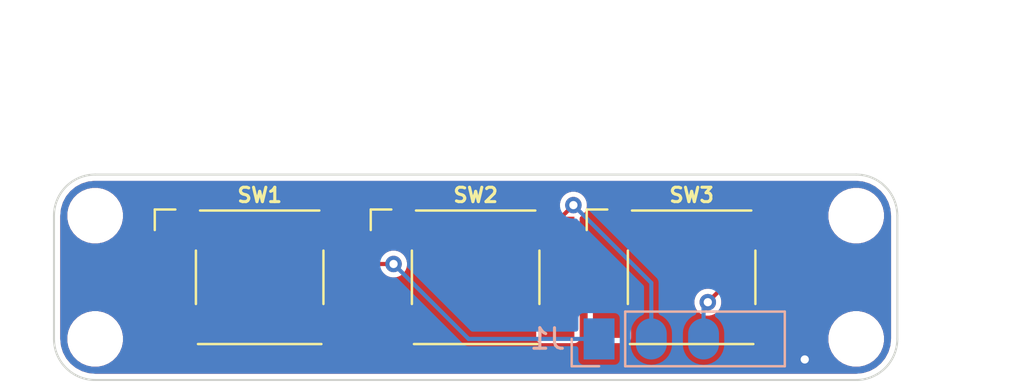
<source format=kicad_pcb>
(kicad_pcb (version 20171130) (host pcbnew "(5.1.12)-1")

  (general
    (thickness 1.6)
    (drawings 18)
    (tracks 17)
    (zones 0)
    (modules 8)
    (nets 5)
  )

  (page A4)
  (layers
    (0 F.Cu signal)
    (31 B.Cu signal)
    (32 B.Adhes user)
    (33 F.Adhes user)
    (34 B.Paste user)
    (35 F.Paste user)
    (36 B.SilkS user)
    (37 F.SilkS user)
    (38 B.Mask user)
    (39 F.Mask user)
    (40 Dwgs.User user)
    (41 Cmts.User user)
    (42 Eco1.User user)
    (43 Eco2.User user)
    (44 Edge.Cuts user)
    (45 Margin user)
    (46 B.CrtYd user)
    (47 F.CrtYd user)
    (48 B.Fab user)
    (49 F.Fab user)
  )

  (setup
    (last_trace_width 0.2)
    (user_trace_width 0.2)
    (trace_clearance 0.15)
    (zone_clearance 0.254)
    (zone_45_only no)
    (trace_min 0.2)
    (via_size 0.8)
    (via_drill 0.4)
    (via_min_size 0.4)
    (via_min_drill 0.3)
    (uvia_size 0.3)
    (uvia_drill 0.1)
    (uvias_allowed no)
    (uvia_min_size 0.2)
    (uvia_min_drill 0.1)
    (edge_width 0.1)
    (segment_width 0.2)
    (pcb_text_width 0.3)
    (pcb_text_size 1.5 1.5)
    (mod_edge_width 0.15)
    (mod_text_size 1 1)
    (mod_text_width 0.15)
    (pad_size 1.524 1.524)
    (pad_drill 0.762)
    (pad_to_mask_clearance 0)
    (aux_axis_origin 0 0)
    (visible_elements 7FFDFFFF)
    (pcbplotparams
      (layerselection 0x010fc_ffffffff)
      (usegerberextensions false)
      (usegerberattributes true)
      (usegerberadvancedattributes true)
      (creategerberjobfile true)
      (excludeedgelayer true)
      (linewidth 0.100000)
      (plotframeref false)
      (viasonmask false)
      (mode 1)
      (useauxorigin false)
      (hpglpennumber 1)
      (hpglpenspeed 20)
      (hpglpendiameter 15.000000)
      (psnegative false)
      (psa4output false)
      (plotreference true)
      (plotvalue true)
      (plotinvisibletext false)
      (padsonsilk false)
      (subtractmaskfromsilk false)
      (outputformat 1)
      (mirror false)
      (drillshape 1)
      (scaleselection 1)
      (outputdirectory ""))
  )

  (net 0 "")
  (net 1 GND)
  (net 2 /2_1)
  (net 3 /2_2)
  (net 4 /2_3)

  (net_class Default "This is the default net class."
    (clearance 0.15)
    (trace_width 0.2)
    (via_dia 0.8)
    (via_drill 0.4)
    (uvia_dia 0.3)
    (uvia_drill 0.1)
    (add_net /2_1)
    (add_net /2_2)
    (add_net /2_3)
    (add_net GND)
  )

  (module Button_Switch_SMD:SW_SPST_Omron_B3FS-100xP (layer F.Cu) (tedit 5E6E8EA9) (tstamp 63DFF849)
    (at 146 85)
    (descr "Surface Mount Tactile Switch for High-Density Mounting, 3.1mm height, https://omronfs.omron.com/en_US/ecb/products/pdf/en-b3fs.pdf")
    (tags "Tactile Switch")
    (path /63E2A712)
    (attr smd)
    (fp_text reference SW3 (at 0 -4) (layer F.SilkS)
      (effects (font (size 0.7 0.7) (thickness 0.15)))
    )
    (fp_text value BTN (at 0 4.2) (layer F.Fab)
      (effects (font (size 1 1) (thickness 0.15)))
    )
    (fp_line (start -5.1 -3.3) (end -4.1 -3.3) (layer F.SilkS) (width 0.12))
    (fp_line (start -5.1 -2.3) (end -5.1 -3.3) (layer F.SilkS) (width 0.12))
    (fp_circle (center 0 0) (end 1.5 0) (layer F.Fab) (width 0.1))
    (fp_line (start -5.05 -1.3) (end -5.05 -3.4) (layer F.CrtYd) (width 0.05))
    (fp_line (start -3.25 -1.3) (end -5.05 -1.3) (layer F.CrtYd) (width 0.05))
    (fp_line (start -3.25 1.3) (end -3.25 -1.3) (layer F.CrtYd) (width 0.05))
    (fp_line (start -5.05 1.3) (end -3.25 1.3) (layer F.CrtYd) (width 0.05))
    (fp_line (start -5.05 3.4) (end -5.05 1.3) (layer F.CrtYd) (width 0.05))
    (fp_line (start 5.05 3.4) (end -5.05 3.4) (layer F.CrtYd) (width 0.05))
    (fp_line (start 5.05 1.3) (end 5.05 3.4) (layer F.CrtYd) (width 0.05))
    (fp_line (start 3.25 1.3) (end 5.05 1.3) (layer F.CrtYd) (width 0.05))
    (fp_line (start 3.25 -1.3) (end 3.25 1.3) (layer F.CrtYd) (width 0.05))
    (fp_line (start 5.05 -1.3) (end 3.25 -1.3) (layer F.CrtYd) (width 0.05))
    (fp_line (start 5.05 -3.4) (end 5.05 -1.3) (layer F.CrtYd) (width 0.05))
    (fp_line (start -5.05 -3.4) (end 5.05 -3.4) (layer F.CrtYd) (width 0.05))
    (fp_line (start -3 3.15) (end -3 -3.15) (layer F.Fab) (width 0.1))
    (fp_line (start 3 3.15) (end -3 3.15) (layer F.Fab) (width 0.1))
    (fp_line (start 3 -3.15) (end 3 3.15) (layer F.Fab) (width 0.1))
    (fp_line (start -3 -3.15) (end 3 -3.15) (layer F.Fab) (width 0.1))
    (fp_line (start -3.1 -1.3) (end -3.1 1.3) (layer F.SilkS) (width 0.12))
    (fp_line (start 3.1 -1.3) (end 3.1 1.3) (layer F.SilkS) (width 0.12))
    (fp_line (start 3 3.25) (end -3 3.25) (layer F.SilkS) (width 0.12))
    (fp_line (start 2.9 -3.25) (end -2.9 -3.25) (layer F.SilkS) (width 0.12))
    (fp_text user %R (at 0 -2.2) (layer F.Fab)
      (effects (font (size 1 1) (thickness 0.15)))
    )
    (pad 3 smd rect (at -4 2.25 180) (size 1.6 1.4) (layers F.Cu F.Paste F.Mask))
    (pad 4 smd rect (at 4 2.25 180) (size 1.6 1.4) (layers F.Cu F.Paste F.Mask))
    (pad 1 smd rect (at -4 -2.25 180) (size 1.6 1.4) (layers F.Cu F.Paste F.Mask)
      (net 1 GND))
    (pad 2 smd rect (at 4 -2.25 180) (size 1.6 1.4) (layers F.Cu F.Paste F.Mask)
      (net 4 /2_3))
    (model ${KIPRJMOD}/library/3d-models/SW-SPST-DTSM-65Y-V-TR.step
      (at (xyz 0 0 0))
      (scale (xyz 1 1 1))
      (rotate (xyz 0 0 0))
    )
  )

  (module Button_Switch_SMD:SW_SPST_Omron_B3FS-100xP (layer F.Cu) (tedit 5E6E8EA9) (tstamp 63DFF81D)
    (at 135.5 85)
    (descr "Surface Mount Tactile Switch for High-Density Mounting, 3.1mm height, https://omronfs.omron.com/en_US/ecb/products/pdf/en-b3fs.pdf")
    (tags "Tactile Switch")
    (path /63E29DB2)
    (attr smd)
    (fp_text reference SW2 (at 0 -4) (layer F.SilkS)
      (effects (font (size 0.7 0.7) (thickness 0.15)))
    )
    (fp_text value BTN (at 0 4.2) (layer F.Fab)
      (effects (font (size 1 1) (thickness 0.15)))
    )
    (fp_line (start -5.1 -3.3) (end -4.1 -3.3) (layer F.SilkS) (width 0.12))
    (fp_line (start -5.1 -2.3) (end -5.1 -3.3) (layer F.SilkS) (width 0.12))
    (fp_circle (center 0 0) (end 1.5 0) (layer F.Fab) (width 0.1))
    (fp_line (start -5.05 -1.3) (end -5.05 -3.4) (layer F.CrtYd) (width 0.05))
    (fp_line (start -3.25 -1.3) (end -5.05 -1.3) (layer F.CrtYd) (width 0.05))
    (fp_line (start -3.25 1.3) (end -3.25 -1.3) (layer F.CrtYd) (width 0.05))
    (fp_line (start -5.05 1.3) (end -3.25 1.3) (layer F.CrtYd) (width 0.05))
    (fp_line (start -5.05 3.4) (end -5.05 1.3) (layer F.CrtYd) (width 0.05))
    (fp_line (start 5.05 3.4) (end -5.05 3.4) (layer F.CrtYd) (width 0.05))
    (fp_line (start 5.05 1.3) (end 5.05 3.4) (layer F.CrtYd) (width 0.05))
    (fp_line (start 3.25 1.3) (end 5.05 1.3) (layer F.CrtYd) (width 0.05))
    (fp_line (start 3.25 -1.3) (end 3.25 1.3) (layer F.CrtYd) (width 0.05))
    (fp_line (start 5.05 -1.3) (end 3.25 -1.3) (layer F.CrtYd) (width 0.05))
    (fp_line (start 5.05 -3.4) (end 5.05 -1.3) (layer F.CrtYd) (width 0.05))
    (fp_line (start -5.05 -3.4) (end 5.05 -3.4) (layer F.CrtYd) (width 0.05))
    (fp_line (start -3 3.15) (end -3 -3.15) (layer F.Fab) (width 0.1))
    (fp_line (start 3 3.15) (end -3 3.15) (layer F.Fab) (width 0.1))
    (fp_line (start 3 -3.15) (end 3 3.15) (layer F.Fab) (width 0.1))
    (fp_line (start -3 -3.15) (end 3 -3.15) (layer F.Fab) (width 0.1))
    (fp_line (start -3.1 -1.3) (end -3.1 1.3) (layer F.SilkS) (width 0.12))
    (fp_line (start 3.1 -1.3) (end 3.1 1.3) (layer F.SilkS) (width 0.12))
    (fp_line (start 3 3.25) (end -3 3.25) (layer F.SilkS) (width 0.12))
    (fp_line (start 2.9 -3.25) (end -2.9 -3.25) (layer F.SilkS) (width 0.12))
    (fp_text user %R (at 0 -2.2) (layer F.Fab)
      (effects (font (size 1 1) (thickness 0.15)))
    )
    (pad 3 smd rect (at -4 2.25 180) (size 1.6 1.4) (layers F.Cu F.Paste F.Mask))
    (pad 4 smd rect (at 4 2.25 180) (size 1.6 1.4) (layers F.Cu F.Paste F.Mask))
    (pad 1 smd rect (at -4 -2.25 180) (size 1.6 1.4) (layers F.Cu F.Paste F.Mask)
      (net 1 GND))
    (pad 2 smd rect (at 4 -2.25 180) (size 1.6 1.4) (layers F.Cu F.Paste F.Mask)
      (net 3 /2_2))
    (model ${KIPRJMOD}/library/3d-models/SW-SPST-DTSM-65Y-V-TR.step
      (at (xyz 0 0 0))
      (scale (xyz 1 1 1))
      (rotate (xyz 0 0 0))
    )
  )

  (module Button_Switch_SMD:SW_SPST_Omron_B3FS-100xP (layer F.Cu) (tedit 5E6E8EA9) (tstamp 63DFF7DB)
    (at 125 85)
    (descr "Surface Mount Tactile Switch for High-Density Mounting, 3.1mm height, https://omronfs.omron.com/en_US/ecb/products/pdf/en-b3fs.pdf")
    (tags "Tactile Switch")
    (path /5D7AC3DB)
    (attr smd)
    (fp_text reference SW1 (at 0 -4) (layer F.SilkS)
      (effects (font (size 0.7 0.7) (thickness 0.15)))
    )
    (fp_text value BTN (at 0 4.2) (layer F.Fab)
      (effects (font (size 1 1) (thickness 0.15)))
    )
    (fp_line (start -5.1 -3.3) (end -4.1 -3.3) (layer F.SilkS) (width 0.12))
    (fp_line (start -5.1 -2.3) (end -5.1 -3.3) (layer F.SilkS) (width 0.12))
    (fp_circle (center 0 0) (end 1.5 0) (layer F.Fab) (width 0.1))
    (fp_line (start -5.05 -1.3) (end -5.05 -3.4) (layer F.CrtYd) (width 0.05))
    (fp_line (start -3.25 -1.3) (end -5.05 -1.3) (layer F.CrtYd) (width 0.05))
    (fp_line (start -3.25 1.3) (end -3.25 -1.3) (layer F.CrtYd) (width 0.05))
    (fp_line (start -5.05 1.3) (end -3.25 1.3) (layer F.CrtYd) (width 0.05))
    (fp_line (start -5.05 3.4) (end -5.05 1.3) (layer F.CrtYd) (width 0.05))
    (fp_line (start 5.05 3.4) (end -5.05 3.4) (layer F.CrtYd) (width 0.05))
    (fp_line (start 5.05 1.3) (end 5.05 3.4) (layer F.CrtYd) (width 0.05))
    (fp_line (start 3.25 1.3) (end 5.05 1.3) (layer F.CrtYd) (width 0.05))
    (fp_line (start 3.25 -1.3) (end 3.25 1.3) (layer F.CrtYd) (width 0.05))
    (fp_line (start 5.05 -1.3) (end 3.25 -1.3) (layer F.CrtYd) (width 0.05))
    (fp_line (start 5.05 -3.4) (end 5.05 -1.3) (layer F.CrtYd) (width 0.05))
    (fp_line (start -5.05 -3.4) (end 5.05 -3.4) (layer F.CrtYd) (width 0.05))
    (fp_line (start -3 3.15) (end -3 -3.15) (layer F.Fab) (width 0.1))
    (fp_line (start 3 3.15) (end -3 3.15) (layer F.Fab) (width 0.1))
    (fp_line (start 3 -3.15) (end 3 3.15) (layer F.Fab) (width 0.1))
    (fp_line (start -3 -3.15) (end 3 -3.15) (layer F.Fab) (width 0.1))
    (fp_line (start -3.1 -1.3) (end -3.1 1.3) (layer F.SilkS) (width 0.12))
    (fp_line (start 3.1 -1.3) (end 3.1 1.3) (layer F.SilkS) (width 0.12))
    (fp_line (start 3 3.25) (end -3 3.25) (layer F.SilkS) (width 0.12))
    (fp_line (start 2.9 -3.25) (end -2.9 -3.25) (layer F.SilkS) (width 0.12))
    (fp_text user %R (at 0 -2.2) (layer F.Fab)
      (effects (font (size 1 1) (thickness 0.15)))
    )
    (pad 3 smd rect (at -4 2.25 180) (size 1.6 1.4) (layers F.Cu F.Paste F.Mask))
    (pad 4 smd rect (at 4 2.25 180) (size 1.6 1.4) (layers F.Cu F.Paste F.Mask))
    (pad 1 smd rect (at -4 -2.25 180) (size 1.6 1.4) (layers F.Cu F.Paste F.Mask)
      (net 1 GND))
    (pad 2 smd rect (at 4 -2.25 180) (size 1.6 1.4) (layers F.Cu F.Paste F.Mask)
      (net 2 /2_1))
    (model ${KIPRJMOD}/library/3d-models/SW-SPST-DTSM-65Y-V-TR.step
      (at (xyz 0 0 0))
      (scale (xyz 1 1 1))
      (rotate (xyz 0 0 0))
    )
  )

  (module Board:SolderWire_1x04_P2.54mm (layer B.Cu) (tedit 62283C98) (tstamp 63DFFB09)
    (at 141.5 88 270)
    (descr "Through hole straight socket strip, 1x06, 2.54mm pitch, single row (from Kicad 4.0.7), script generated")
    (tags "Through hole socket strip THT 1x06 2.54mm single row")
    (path /623F30A8)
    (fp_text reference J1 (at 0 2.5) (layer B.SilkS)
      (effects (font (size 1 1) (thickness 0.15)) (justify mirror))
    )
    (fp_text value Conn_01x04 (at 0 -15.47 270) (layer B.Fab)
      (effects (font (size 1 1) (thickness 0.15)) (justify mirror))
    )
    (fp_line (start -1.27 1.27) (end 0.635 1.27) (layer B.Fab) (width 0.1))
    (fp_line (start 0.635 1.27) (end 1.27 0.635) (layer B.Fab) (width 0.1))
    (fp_line (start 1.27 0.635) (end 1.25 -9) (layer B.Fab) (width 0.1))
    (fp_line (start 1.27 -8.97) (end -1.27 -8.97) (layer B.Fab) (width 0.1))
    (fp_line (start -1.25 -9) (end -1.27 1.27) (layer B.Fab) (width 0.1))
    (fp_line (start -1.33 -1.27) (end 1.33 -1.27) (layer B.SilkS) (width 0.12))
    (fp_line (start -1.33 -1.27) (end -1.33 -9.03) (layer B.SilkS) (width 0.12))
    (fp_line (start -1.33 -9.03) (end 1.33 -9.03) (layer B.SilkS) (width 0.12))
    (fp_line (start 1.33 -1.27) (end 1.33 -9.03) (layer B.SilkS) (width 0.12))
    (fp_line (start 1.33 1.33) (end 1.33 0) (layer B.SilkS) (width 0.12))
    (fp_line (start 0 1.33) (end 1.33 1.33) (layer B.SilkS) (width 0.12))
    (fp_line (start -1.8 1.8) (end 1.75 1.8) (layer B.CrtYd) (width 0.05))
    (fp_line (start 1.75 1.8) (end 1.75 -9.45) (layer B.CrtYd) (width 0.05))
    (fp_line (start 1.75 -9.45) (end -1.8 -9.45) (layer B.CrtYd) (width 0.05))
    (fp_line (start -1.8 -9.45) (end -1.8 1.8) (layer B.CrtYd) (width 0.05))
    (fp_text user %R (at 0 -10) (layer B.Fab)
      (effects (font (size 1 1) (thickness 0.15)) (justify mirror))
    )
    (pad 1 smd rect (at 0 0 270) (size 2 1.5) (layers B.Cu B.Paste B.Mask)
      (net 2 /2_1))
    (pad 2 smd oval (at 0 -2.54 270) (size 2 1.5) (layers B.Cu B.Paste B.Mask)
      (net 3 /2_2))
    (pad 3 smd oval (at 0 -5.08 270) (size 2 1.5) (layers B.Cu B.Paste B.Mask)
      (net 4 /2_3))
    (pad 4 smd oval (at 0 -7.62 270) (size 2 1.5) (layers B.Cu B.Paste B.Mask)
      (net 1 GND))
  )

  (module MountingHole:MountingHole_2.2mm_M2 (layer F.Cu) (tedit 56D1B4CB) (tstamp 63DFF7C5)
    (at 117 88)
    (descr "Mounting Hole 2.2mm, no annular, M2")
    (tags "mounting hole 2.2mm no annular m2")
    (path /620FA214)
    (attr virtual)
    (fp_text reference H4 (at -3.5 0) (layer Dwgs.User)
      (effects (font (size 1 1) (thickness 0.15)))
    )
    (fp_text value MountingHole (at 0 3.2) (layer F.Fab)
      (effects (font (size 1 1) (thickness 0.15)))
    )
    (fp_circle (center 0 0) (end 2.45 0) (layer F.CrtYd) (width 0.05))
    (fp_circle (center 0 0) (end 2.2 0) (layer Cmts.User) (width 0.15))
    (fp_text user %R (at 0.3 0) (layer F.Fab)
      (effects (font (size 1 1) (thickness 0.15)))
    )
    (pad 1 np_thru_hole circle (at 0 0) (size 2.2 2.2) (drill 2.2) (layers *.Cu *.Mask))
  )

  (module MountingHole:MountingHole_2.2mm_M2 (layer F.Cu) (tedit 56D1B4CB) (tstamp 63DFF7BD)
    (at 154 88)
    (descr "Mounting Hole 2.2mm, no annular, M2")
    (tags "mounting hole 2.2mm no annular m2")
    (path /620F97B3)
    (attr virtual)
    (fp_text reference H3 (at 3.5 0) (layer Dwgs.User)
      (effects (font (size 1 1) (thickness 0.15)))
    )
    (fp_text value MountingHole (at 0 3.2) (layer F.Fab)
      (effects (font (size 1 1) (thickness 0.15)))
    )
    (fp_circle (center 0 0) (end 2.45 0) (layer F.CrtYd) (width 0.05))
    (fp_circle (center 0 0) (end 2.2 0) (layer Cmts.User) (width 0.15))
    (fp_text user %R (at 0.3 0) (layer F.Fab)
      (effects (font (size 1 1) (thickness 0.15)))
    )
    (pad 1 np_thru_hole circle (at 0 0) (size 2.2 2.2) (drill 2.2) (layers *.Cu *.Mask))
  )

  (module MountingHole:MountingHole_2.2mm_M2 (layer F.Cu) (tedit 56D1B4CB) (tstamp 63DFF7B5)
    (at 154 82)
    (descr "Mounting Hole 2.2mm, no annular, M2")
    (tags "mounting hole 2.2mm no annular m2")
    (path /620F9E48)
    (attr virtual)
    (fp_text reference H2 (at 3.5 0) (layer Dwgs.User)
      (effects (font (size 1 1) (thickness 0.15)))
    )
    (fp_text value MountingHole (at 0 3.2) (layer F.Fab)
      (effects (font (size 1 1) (thickness 0.15)))
    )
    (fp_circle (center 0 0) (end 2.45 0) (layer F.CrtYd) (width 0.05))
    (fp_circle (center 0 0) (end 2.2 0) (layer Cmts.User) (width 0.15))
    (fp_text user %R (at 0.3 0) (layer F.Fab)
      (effects (font (size 1 1) (thickness 0.15)))
    )
    (pad 1 np_thru_hole circle (at 0 0) (size 2.2 2.2) (drill 2.2) (layers *.Cu *.Mask))
  )

  (module MountingHole:MountingHole_2.2mm_M2 (layer F.Cu) (tedit 56D1B4CB) (tstamp 63DFF7AD)
    (at 117 82)
    (descr "Mounting Hole 2.2mm, no annular, M2")
    (tags "mounting hole 2.2mm no annular m2")
    (path /620F9356)
    (attr virtual)
    (fp_text reference H1 (at -3.5 0) (layer Dwgs.User)
      (effects (font (size 1 1) (thickness 0.15)))
    )
    (fp_text value MountingHole (at 0 3.2) (layer F.Fab)
      (effects (font (size 1 1) (thickness 0.15)))
    )
    (fp_circle (center 0 0) (end 2.45 0) (layer F.CrtYd) (width 0.05))
    (fp_circle (center 0 0) (end 2.2 0) (layer Cmts.User) (width 0.15))
    (fp_text user %R (at 0.3 0) (layer F.Fab)
      (effects (font (size 1 1) (thickness 0.15)))
    )
    (pad 1 np_thru_hole circle (at 0 0) (size 2.2 2.2) (drill 2.2) (layers *.Cu *.Mask))
  )

  (dimension 41 (width 0.15) (layer Dwgs.User)
    (gr_text "41.000 mm" (at 135.5 72.2) (layer Dwgs.User)
      (effects (font (size 1 1) (thickness 0.15)))
    )
    (feature1 (pts (xy 115 80) (xy 115 72.913579)))
    (feature2 (pts (xy 156 80) (xy 156 72.913579)))
    (crossbar (pts (xy 156 73.5) (xy 115 73.5)))
    (arrow1a (pts (xy 115 73.5) (xy 116.126504 72.913579)))
    (arrow1b (pts (xy 115 73.5) (xy 116.126504 74.086421)))
    (arrow2a (pts (xy 156 73.5) (xy 154.873496 72.913579)))
    (arrow2b (pts (xy 156 73.5) (xy 154.873496 74.086421)))
  )
  (dimension 10 (width 0.15) (layer Dwgs.User)
    (gr_text "10.000 mm" (at 160.8 85 270) (layer Dwgs.User)
      (effects (font (size 1 1) (thickness 0.15)))
    )
    (feature1 (pts (xy 156 90) (xy 160.086421 90)))
    (feature2 (pts (xy 156 80) (xy 160.086421 80)))
    (crossbar (pts (xy 159.5 80) (xy 159.5 90)))
    (arrow1a (pts (xy 159.5 90) (xy 158.913579 88.873496)))
    (arrow1b (pts (xy 159.5 90) (xy 160.086421 88.873496)))
    (arrow2a (pts (xy 159.5 80) (xy 158.913579 81.126504)))
    (arrow2b (pts (xy 159.5 80) (xy 160.086421 81.126504)))
  )
  (gr_line (start 115 90) (end 156 90) (layer Dwgs.User) (width 0.15) (tstamp 63E010D1))
  (gr_line (start 156 80) (end 115 80) (layer Dwgs.User) (width 0.15) (tstamp 63E010D0))
  (gr_line (start 117 80) (end 154 80) (layer Edge.Cuts) (width 0.1) (tstamp 63E010CF))
  (gr_line (start 154 90) (end 117 90) (layer Edge.Cuts) (width 0.1) (tstamp 63E010CE))
  (dimension 10 (width 0.15) (layer Dwgs.User)
    (gr_text "10.000 mm" (at 151 76.7) (layer Dwgs.User)
      (effects (font (size 1 1) (thickness 0.15)))
    )
    (feature1 (pts (xy 156 80) (xy 156 77.413579)))
    (feature2 (pts (xy 146 80) (xy 146 77.413579)))
    (crossbar (pts (xy 146 78) (xy 156 78)))
    (arrow1a (pts (xy 156 78) (xy 154.873496 78.586421)))
    (arrow1b (pts (xy 156 78) (xy 154.873496 77.413579)))
    (arrow2a (pts (xy 146 78) (xy 147.126504 78.586421)))
    (arrow2b (pts (xy 146 78) (xy 147.126504 77.413579)))
  )
  (dimension 10.5 (width 0.15) (layer Dwgs.User)
    (gr_text "10.500 mm" (at 140.75 76.7) (layer Dwgs.User)
      (effects (font (size 1 1) (thickness 0.15)))
    )
    (feature1 (pts (xy 146 80) (xy 146 77.413579)))
    (feature2 (pts (xy 135.5 80) (xy 135.5 77.413579)))
    (crossbar (pts (xy 135.5 78) (xy 146 78)))
    (arrow1a (pts (xy 146 78) (xy 144.873496 78.586421)))
    (arrow1b (pts (xy 146 78) (xy 144.873496 77.413579)))
    (arrow2a (pts (xy 135.5 78) (xy 136.626504 78.586421)))
    (arrow2b (pts (xy 135.5 78) (xy 136.626504 77.413579)))
  )
  (dimension 10.5 (width 0.15) (layer Dwgs.User)
    (gr_text "10.500 mm" (at 130.25 76.7) (layer Dwgs.User)
      (effects (font (size 1 1) (thickness 0.15)))
    )
    (feature1 (pts (xy 135.5 80) (xy 135.5 77.413579)))
    (feature2 (pts (xy 125 80) (xy 125 77.413579)))
    (crossbar (pts (xy 125 78) (xy 135.5 78)))
    (arrow1a (pts (xy 135.5 78) (xy 134.373496 78.586421)))
    (arrow1b (pts (xy 135.5 78) (xy 134.373496 77.413579)))
    (arrow2a (pts (xy 125 78) (xy 126.126504 78.586421)))
    (arrow2b (pts (xy 125 78) (xy 126.126504 77.413579)))
  )
  (gr_line (start 115 88) (end 115 82) (layer Edge.Cuts) (width 0.1) (tstamp 63E0016B))
  (gr_line (start 156 88) (end 156 82) (layer Edge.Cuts) (width 0.1) (tstamp 63E00169))
  (gr_arc (start 154 88) (end 154 90) (angle -90) (layer Edge.Cuts) (width 0.1))
  (gr_arc (start 117 88) (end 115 88) (angle -90) (layer Edge.Cuts) (width 0.1))
  (gr_arc (start 117 82) (end 117 80) (angle -90) (layer Edge.Cuts) (width 0.1))
  (gr_arc (start 154 82) (end 156 82) (angle -90) (layer Edge.Cuts) (width 0.1))
  (dimension 10 (width 0.15) (layer Dwgs.User)
    (gr_text "10.000 mm" (at 120 76.7) (layer Dwgs.User)
      (effects (font (size 1 1) (thickness 0.15)))
    )
    (feature1 (pts (xy 115 80) (xy 115 77.413579)))
    (feature2 (pts (xy 125 80) (xy 125 77.413579)))
    (crossbar (pts (xy 125 78) (xy 115 78)))
    (arrow1a (pts (xy 115 78) (xy 116.126504 77.413579)))
    (arrow1b (pts (xy 115 78) (xy 116.126504 78.586421)))
    (arrow2a (pts (xy 125 78) (xy 123.873496 77.413579)))
    (arrow2b (pts (xy 125 78) (xy 123.873496 78.586421)))
  )
  (gr_line (start 115 90) (end 115 80) (layer Dwgs.User) (width 0.15) (tstamp 63DFFCBE))
  (gr_line (start 156 80) (end 156 90) (layer Dwgs.User) (width 0.15))

  (segment (start 131.5 82.3624) (end 131.5 82.75) (width 0.2) (layer F.Cu) (net 1))
  (via (at 151.5 89) (size 0.8) (layers F.Cu B.Cu) (net 1))
  (segment (start 141.5 88) (end 135.1553 88) (width 0.2) (layer B.Cu) (net 2))
  (segment (start 135.1553 88) (end 131.5088 84.3535) (width 0.2) (layer B.Cu) (net 2))
  (via (at 131.5088 84.3535) (size 0.8) (layers F.Cu B.Cu) (net 2))
  (segment (start 130.6035 84.3535) (end 129 82.75) (width 0.2) (layer F.Cu) (net 2))
  (segment (start 131.5088 84.3535) (end 130.6035 84.3535) (width 0.2) (layer F.Cu) (net 2))
  (segment (start 144.04 88) (end 144.04 85.2747) (width 0.2) (layer B.Cu) (net 3))
  (segment (start 144.04 85.2747) (end 140.2523 81.487) (width 0.2) (layer B.Cu) (net 3))
  (via (at 140.2523 81.487) (size 0.8) (layers F.Cu B.Cu) (net 3))
  (segment (start 139.5 82.2393) (end 140.2523 81.487) (width 0.2) (layer F.Cu) (net 3))
  (segment (start 139.5 82.75) (end 139.5 82.2393) (width 0.2) (layer F.Cu) (net 3))
  (via (at 146.7868 86.2125) (size 0.8) (layers F.Cu B.Cu) (net 4))
  (segment (start 150 82.9993) (end 150 82.75) (width 0.2) (layer F.Cu) (net 4))
  (segment (start 146.7868 86.2125) (end 150 82.9993) (width 0.2) (layer F.Cu) (net 4))
  (segment (start 146.58 86.4193) (end 146.7868 86.2125) (width 0.2) (layer B.Cu) (net 4))
  (segment (start 146.58 88) (end 146.58 86.4193) (width 0.2) (layer B.Cu) (net 4))

  (zone (net 1) (net_name GND) (layer B.Cu) (tstamp 0) (hatch edge 0.508)
    (connect_pads yes (clearance 0.254))
    (min_thickness 0.254)
    (fill yes (arc_segments 32) (thermal_gap 0.508) (thermal_bridge_width 0.508))
    (polygon
      (pts
        (xy 156 90) (xy 115 90) (xy 115 80) (xy 156 80)
      )
    )
    (filled_polygon
      (pts
        (xy 154.304352 80.462909) (xy 154.597113 80.551299) (xy 154.867126 80.694868) (xy 155.104115 80.888151) (xy 155.299045 81.123781)
        (xy 155.444498 81.392791) (xy 155.534928 81.684924) (xy 155.569001 82.009101) (xy 155.569 87.97892) (xy 155.537091 88.304352)
        (xy 155.448701 88.597114) (xy 155.305132 88.867126) (xy 155.111849 89.104115) (xy 154.876219 89.299045) (xy 154.607209 89.444498)
        (xy 154.315076 89.534928) (xy 153.990908 89.569) (xy 117.02108 89.569) (xy 116.695648 89.537091) (xy 116.402886 89.448701)
        (xy 116.132874 89.305132) (xy 115.895885 89.111849) (xy 115.700955 88.876219) (xy 115.555502 88.607209) (xy 115.465072 88.315076)
        (xy 115.431 87.990908) (xy 115.431 87.854134) (xy 115.519 87.854134) (xy 115.519 88.145866) (xy 115.575914 88.431992)
        (xy 115.687555 88.701517) (xy 115.849632 88.944083) (xy 116.055917 89.150368) (xy 116.298483 89.312445) (xy 116.568008 89.424086)
        (xy 116.854134 89.481) (xy 117.145866 89.481) (xy 117.431992 89.424086) (xy 117.701517 89.312445) (xy 117.944083 89.150368)
        (xy 118.150368 88.944083) (xy 118.312445 88.701517) (xy 118.424086 88.431992) (xy 118.481 88.145866) (xy 118.481 87.854134)
        (xy 118.424086 87.568008) (xy 118.312445 87.298483) (xy 118.150368 87.055917) (xy 117.944083 86.849632) (xy 117.701517 86.687555)
        (xy 117.431992 86.575914) (xy 117.145866 86.519) (xy 116.854134 86.519) (xy 116.568008 86.575914) (xy 116.298483 86.687555)
        (xy 116.055917 86.849632) (xy 115.849632 87.055917) (xy 115.687555 87.298483) (xy 115.575914 87.568008) (xy 115.519 87.854134)
        (xy 115.431 87.854134) (xy 115.431 84.276578) (xy 130.7278 84.276578) (xy 130.7278 84.430422) (xy 130.757813 84.581309)
        (xy 130.816687 84.723442) (xy 130.902158 84.851359) (xy 131.010941 84.960142) (xy 131.138858 85.045613) (xy 131.280991 85.104487)
        (xy 131.431878 85.1345) (xy 131.585722 85.1345) (xy 131.605608 85.130544) (xy 134.798475 88.323412) (xy 134.813536 88.341764)
        (xy 134.886778 88.401872) (xy 134.970339 88.446536) (xy 135.033503 88.465696) (xy 135.061007 88.47404) (xy 135.1553 88.483327)
        (xy 135.178926 88.481) (xy 140.367157 88.481) (xy 140.367157 89) (xy 140.374513 89.074689) (xy 140.396299 89.146508)
        (xy 140.431678 89.212696) (xy 140.479289 89.270711) (xy 140.537304 89.318322) (xy 140.603492 89.353701) (xy 140.675311 89.375487)
        (xy 140.75 89.382843) (xy 142.25 89.382843) (xy 142.324689 89.375487) (xy 142.396508 89.353701) (xy 142.462696 89.318322)
        (xy 142.520711 89.270711) (xy 142.568322 89.212696) (xy 142.603701 89.146508) (xy 142.625487 89.074689) (xy 142.632843 89)
        (xy 142.632843 87) (xy 142.625487 86.925311) (xy 142.603701 86.853492) (xy 142.568322 86.787304) (xy 142.520711 86.729289)
        (xy 142.462696 86.681678) (xy 142.396508 86.646299) (xy 142.324689 86.624513) (xy 142.25 86.617157) (xy 140.75 86.617157)
        (xy 140.675311 86.624513) (xy 140.603492 86.646299) (xy 140.537304 86.681678) (xy 140.479289 86.729289) (xy 140.431678 86.787304)
        (xy 140.396299 86.853492) (xy 140.374513 86.925311) (xy 140.367157 87) (xy 140.367157 87.519) (xy 135.354537 87.519)
        (xy 132.285844 84.450308) (xy 132.2898 84.430422) (xy 132.2898 84.276578) (xy 132.259787 84.125691) (xy 132.200913 83.983558)
        (xy 132.115442 83.855641) (xy 132.006659 83.746858) (xy 131.878742 83.661387) (xy 131.736609 83.602513) (xy 131.585722 83.5725)
        (xy 131.431878 83.5725) (xy 131.280991 83.602513) (xy 131.138858 83.661387) (xy 131.010941 83.746858) (xy 130.902158 83.855641)
        (xy 130.816687 83.983558) (xy 130.757813 84.125691) (xy 130.7278 84.276578) (xy 115.431 84.276578) (xy 115.431 82.02108)
        (xy 115.447369 81.854134) (xy 115.519 81.854134) (xy 115.519 82.145866) (xy 115.575914 82.431992) (xy 115.687555 82.701517)
        (xy 115.849632 82.944083) (xy 116.055917 83.150368) (xy 116.298483 83.312445) (xy 116.568008 83.424086) (xy 116.854134 83.481)
        (xy 117.145866 83.481) (xy 117.431992 83.424086) (xy 117.701517 83.312445) (xy 117.944083 83.150368) (xy 118.150368 82.944083)
        (xy 118.312445 82.701517) (xy 118.424086 82.431992) (xy 118.481 82.145866) (xy 118.481 81.854134) (xy 118.424086 81.568008)
        (xy 118.35867 81.410078) (xy 139.4713 81.410078) (xy 139.4713 81.563922) (xy 139.501313 81.714809) (xy 139.560187 81.856942)
        (xy 139.645658 81.984859) (xy 139.754441 82.093642) (xy 139.882358 82.179113) (xy 140.024491 82.237987) (xy 140.175378 82.268)
        (xy 140.329222 82.268) (xy 140.349108 82.264044) (xy 143.559001 85.473938) (xy 143.559 86.724673) (xy 143.408611 86.805058)
        (xy 143.236394 86.946393) (xy 143.095059 87.11861) (xy 142.990037 87.315091) (xy 142.925365 87.528285) (xy 142.909 87.694442)
        (xy 142.909 88.305557) (xy 142.925365 88.471714) (xy 142.990037 88.684908) (xy 143.095058 88.88139) (xy 143.236393 89.053607)
        (xy 143.40861 89.194942) (xy 143.605091 89.299963) (xy 143.818285 89.364635) (xy 144.04 89.386472) (xy 144.261714 89.364635)
        (xy 144.474908 89.299963) (xy 144.67139 89.194942) (xy 144.843607 89.053607) (xy 144.984942 88.88139) (xy 145.089963 88.684909)
        (xy 145.154635 88.471715) (xy 145.171 88.305558) (xy 145.171 87.694443) (xy 145.171 87.694442) (xy 145.449 87.694442)
        (xy 145.449 88.305557) (xy 145.465365 88.471714) (xy 145.530037 88.684908) (xy 145.635058 88.88139) (xy 145.776393 89.053607)
        (xy 145.94861 89.194942) (xy 146.145091 89.299963) (xy 146.358285 89.364635) (xy 146.58 89.386472) (xy 146.801714 89.364635)
        (xy 147.014908 89.299963) (xy 147.21139 89.194942) (xy 147.383607 89.053607) (xy 147.524942 88.88139) (xy 147.629963 88.684909)
        (xy 147.694635 88.471715) (xy 147.711 88.305558) (xy 147.711 87.854134) (xy 152.519 87.854134) (xy 152.519 88.145866)
        (xy 152.575914 88.431992) (xy 152.687555 88.701517) (xy 152.849632 88.944083) (xy 153.055917 89.150368) (xy 153.298483 89.312445)
        (xy 153.568008 89.424086) (xy 153.854134 89.481) (xy 154.145866 89.481) (xy 154.431992 89.424086) (xy 154.701517 89.312445)
        (xy 154.944083 89.150368) (xy 155.150368 88.944083) (xy 155.312445 88.701517) (xy 155.424086 88.431992) (xy 155.481 88.145866)
        (xy 155.481 87.854134) (xy 155.424086 87.568008) (xy 155.312445 87.298483) (xy 155.150368 87.055917) (xy 154.944083 86.849632)
        (xy 154.701517 86.687555) (xy 154.431992 86.575914) (xy 154.145866 86.519) (xy 153.854134 86.519) (xy 153.568008 86.575914)
        (xy 153.298483 86.687555) (xy 153.055917 86.849632) (xy 152.849632 87.055917) (xy 152.687555 87.298483) (xy 152.575914 87.568008)
        (xy 152.519 87.854134) (xy 147.711 87.854134) (xy 147.711 87.694443) (xy 147.694635 87.528286) (xy 147.629963 87.315092)
        (xy 147.524942 87.11861) (xy 147.383607 86.946393) (xy 147.253732 86.839807) (xy 147.284659 86.819142) (xy 147.393442 86.710359)
        (xy 147.478913 86.582442) (xy 147.537787 86.440309) (xy 147.5678 86.289422) (xy 147.5678 86.135578) (xy 147.537787 85.984691)
        (xy 147.478913 85.842558) (xy 147.393442 85.714641) (xy 147.284659 85.605858) (xy 147.156742 85.520387) (xy 147.014609 85.461513)
        (xy 146.863722 85.4315) (xy 146.709878 85.4315) (xy 146.558991 85.461513) (xy 146.416858 85.520387) (xy 146.288941 85.605858)
        (xy 146.180158 85.714641) (xy 146.094687 85.842558) (xy 146.035813 85.984691) (xy 146.0058 86.135578) (xy 146.0058 86.289422)
        (xy 146.035813 86.440309) (xy 146.094687 86.582442) (xy 146.099001 86.588898) (xy 146.099001 86.724673) (xy 145.948611 86.805058)
        (xy 145.776394 86.946393) (xy 145.635059 87.11861) (xy 145.530037 87.315091) (xy 145.465365 87.528285) (xy 145.449 87.694442)
        (xy 145.171 87.694442) (xy 145.154635 87.528286) (xy 145.089963 87.315092) (xy 144.984942 87.11861) (xy 144.843607 86.946393)
        (xy 144.67139 86.805058) (xy 144.521 86.724673) (xy 144.521 85.298326) (xy 144.523327 85.2747) (xy 144.51404 85.180407)
        (xy 144.486536 85.089738) (xy 144.441871 85.006177) (xy 144.396824 84.951287) (xy 144.381764 84.932936) (xy 144.363412 84.917875)
        (xy 141.299671 81.854134) (xy 152.519 81.854134) (xy 152.519 82.145866) (xy 152.575914 82.431992) (xy 152.687555 82.701517)
        (xy 152.849632 82.944083) (xy 153.055917 83.150368) (xy 153.298483 83.312445) (xy 153.568008 83.424086) (xy 153.854134 83.481)
        (xy 154.145866 83.481) (xy 154.431992 83.424086) (xy 154.701517 83.312445) (xy 154.944083 83.150368) (xy 155.150368 82.944083)
        (xy 155.312445 82.701517) (xy 155.424086 82.431992) (xy 155.481 82.145866) (xy 155.481 81.854134) (xy 155.424086 81.568008)
        (xy 155.312445 81.298483) (xy 155.150368 81.055917) (xy 154.944083 80.849632) (xy 154.701517 80.687555) (xy 154.431992 80.575914)
        (xy 154.145866 80.519) (xy 153.854134 80.519) (xy 153.568008 80.575914) (xy 153.298483 80.687555) (xy 153.055917 80.849632)
        (xy 152.849632 81.055917) (xy 152.687555 81.298483) (xy 152.575914 81.568008) (xy 152.519 81.854134) (xy 141.299671 81.854134)
        (xy 141.029344 81.583808) (xy 141.0333 81.563922) (xy 141.0333 81.410078) (xy 141.003287 81.259191) (xy 140.944413 81.117058)
        (xy 140.858942 80.989141) (xy 140.750159 80.880358) (xy 140.622242 80.794887) (xy 140.480109 80.736013) (xy 140.329222 80.706)
        (xy 140.175378 80.706) (xy 140.024491 80.736013) (xy 139.882358 80.794887) (xy 139.754441 80.880358) (xy 139.645658 80.989141)
        (xy 139.560187 81.117058) (xy 139.501313 81.259191) (xy 139.4713 81.410078) (xy 118.35867 81.410078) (xy 118.312445 81.298483)
        (xy 118.150368 81.055917) (xy 117.944083 80.849632) (xy 117.701517 80.687555) (xy 117.431992 80.575914) (xy 117.145866 80.519)
        (xy 116.854134 80.519) (xy 116.568008 80.575914) (xy 116.298483 80.687555) (xy 116.055917 80.849632) (xy 115.849632 81.055917)
        (xy 115.687555 81.298483) (xy 115.575914 81.568008) (xy 115.519 81.854134) (xy 115.447369 81.854134) (xy 115.462909 81.695648)
        (xy 115.551299 81.402887) (xy 115.694868 81.132874) (xy 115.888151 80.895885) (xy 116.123781 80.700955) (xy 116.392791 80.555502)
        (xy 116.684924 80.465072) (xy 117.009092 80.431) (xy 153.97892 80.431)
      )
    )
  )
  (zone (net 1) (net_name GND) (layer F.Cu) (tstamp 0) (hatch edge 0.508)
    (connect_pads yes (clearance 0.254))
    (min_thickness 0.254)
    (fill yes (arc_segments 32) (thermal_gap 0.508) (thermal_bridge_width 0.508))
    (polygon
      (pts
        (xy 156 90) (xy 115 90) (xy 115 80) (xy 156 80)
      )
    )
    (filled_polygon
      (pts
        (xy 154.304352 80.462909) (xy 154.597113 80.551299) (xy 154.867126 80.694868) (xy 155.104115 80.888151) (xy 155.299045 81.123781)
        (xy 155.444498 81.392791) (xy 155.534928 81.684924) (xy 155.569001 82.009101) (xy 155.569 87.97892) (xy 155.537091 88.304352)
        (xy 155.448701 88.597114) (xy 155.305132 88.867126) (xy 155.111849 89.104115) (xy 154.876219 89.299045) (xy 154.607209 89.444498)
        (xy 154.315076 89.534928) (xy 153.990908 89.569) (xy 117.02108 89.569) (xy 116.695648 89.537091) (xy 116.402886 89.448701)
        (xy 116.132874 89.305132) (xy 115.895885 89.111849) (xy 115.700955 88.876219) (xy 115.555502 88.607209) (xy 115.465072 88.315076)
        (xy 115.431 87.990908) (xy 115.431 87.854134) (xy 115.519 87.854134) (xy 115.519 88.145866) (xy 115.575914 88.431992)
        (xy 115.687555 88.701517) (xy 115.849632 88.944083) (xy 116.055917 89.150368) (xy 116.298483 89.312445) (xy 116.568008 89.424086)
        (xy 116.854134 89.481) (xy 117.145866 89.481) (xy 117.431992 89.424086) (xy 117.701517 89.312445) (xy 117.944083 89.150368)
        (xy 118.150368 88.944083) (xy 118.312445 88.701517) (xy 118.424086 88.431992) (xy 118.481 88.145866) (xy 118.481 87.854134)
        (xy 118.424086 87.568008) (xy 118.312445 87.298483) (xy 118.150368 87.055917) (xy 117.944083 86.849632) (xy 117.701517 86.687555)
        (xy 117.431992 86.575914) (xy 117.301714 86.55) (xy 119.817157 86.55) (xy 119.817157 87.95) (xy 119.824513 88.024689)
        (xy 119.846299 88.096508) (xy 119.881678 88.162696) (xy 119.929289 88.220711) (xy 119.987304 88.268322) (xy 120.053492 88.303701)
        (xy 120.125311 88.325487) (xy 120.2 88.332843) (xy 121.8 88.332843) (xy 121.874689 88.325487) (xy 121.946508 88.303701)
        (xy 122.012696 88.268322) (xy 122.070711 88.220711) (xy 122.118322 88.162696) (xy 122.153701 88.096508) (xy 122.175487 88.024689)
        (xy 122.182843 87.95) (xy 122.182843 86.55) (xy 127.817157 86.55) (xy 127.817157 87.95) (xy 127.824513 88.024689)
        (xy 127.846299 88.096508) (xy 127.881678 88.162696) (xy 127.929289 88.220711) (xy 127.987304 88.268322) (xy 128.053492 88.303701)
        (xy 128.125311 88.325487) (xy 128.2 88.332843) (xy 129.8 88.332843) (xy 129.874689 88.325487) (xy 129.946508 88.303701)
        (xy 130.012696 88.268322) (xy 130.070711 88.220711) (xy 130.118322 88.162696) (xy 130.153701 88.096508) (xy 130.175487 88.024689)
        (xy 130.182843 87.95) (xy 130.182843 86.55) (xy 130.317157 86.55) (xy 130.317157 87.95) (xy 130.324513 88.024689)
        (xy 130.346299 88.096508) (xy 130.381678 88.162696) (xy 130.429289 88.220711) (xy 130.487304 88.268322) (xy 130.553492 88.303701)
        (xy 130.625311 88.325487) (xy 130.7 88.332843) (xy 132.3 88.332843) (xy 132.374689 88.325487) (xy 132.446508 88.303701)
        (xy 132.512696 88.268322) (xy 132.570711 88.220711) (xy 132.618322 88.162696) (xy 132.653701 88.096508) (xy 132.675487 88.024689)
        (xy 132.682843 87.95) (xy 132.682843 86.55) (xy 138.317157 86.55) (xy 138.317157 87.95) (xy 138.324513 88.024689)
        (xy 138.346299 88.096508) (xy 138.381678 88.162696) (xy 138.429289 88.220711) (xy 138.487304 88.268322) (xy 138.553492 88.303701)
        (xy 138.625311 88.325487) (xy 138.7 88.332843) (xy 140.3 88.332843) (xy 140.374689 88.325487) (xy 140.446508 88.303701)
        (xy 140.512696 88.268322) (xy 140.570711 88.220711) (xy 140.618322 88.162696) (xy 140.653701 88.096508) (xy 140.675487 88.024689)
        (xy 140.682843 87.95) (xy 140.682843 86.55) (xy 140.817157 86.55) (xy 140.817157 87.95) (xy 140.824513 88.024689)
        (xy 140.846299 88.096508) (xy 140.881678 88.162696) (xy 140.929289 88.220711) (xy 140.987304 88.268322) (xy 141.053492 88.303701)
        (xy 141.125311 88.325487) (xy 141.2 88.332843) (xy 142.8 88.332843) (xy 142.874689 88.325487) (xy 142.946508 88.303701)
        (xy 143.012696 88.268322) (xy 143.070711 88.220711) (xy 143.118322 88.162696) (xy 143.153701 88.096508) (xy 143.175487 88.024689)
        (xy 143.182843 87.95) (xy 143.182843 86.55) (xy 143.175487 86.475311) (xy 143.153701 86.403492) (xy 143.118322 86.337304)
        (xy 143.070711 86.279289) (xy 143.012696 86.231678) (xy 142.946508 86.196299) (xy 142.874689 86.174513) (xy 142.8 86.167157)
        (xy 141.2 86.167157) (xy 141.125311 86.174513) (xy 141.053492 86.196299) (xy 140.987304 86.231678) (xy 140.929289 86.279289)
        (xy 140.881678 86.337304) (xy 140.846299 86.403492) (xy 140.824513 86.475311) (xy 140.817157 86.55) (xy 140.682843 86.55)
        (xy 140.675487 86.475311) (xy 140.653701 86.403492) (xy 140.618322 86.337304) (xy 140.570711 86.279289) (xy 140.512696 86.231678)
        (xy 140.446508 86.196299) (xy 140.374689 86.174513) (xy 140.3 86.167157) (xy 138.7 86.167157) (xy 138.625311 86.174513)
        (xy 138.553492 86.196299) (xy 138.487304 86.231678) (xy 138.429289 86.279289) (xy 138.381678 86.337304) (xy 138.346299 86.403492)
        (xy 138.324513 86.475311) (xy 138.317157 86.55) (xy 132.682843 86.55) (xy 132.675487 86.475311) (xy 132.653701 86.403492)
        (xy 132.618322 86.337304) (xy 132.570711 86.279289) (xy 132.512696 86.231678) (xy 132.446508 86.196299) (xy 132.374689 86.174513)
        (xy 132.3 86.167157) (xy 130.7 86.167157) (xy 130.625311 86.174513) (xy 130.553492 86.196299) (xy 130.487304 86.231678)
        (xy 130.429289 86.279289) (xy 130.381678 86.337304) (xy 130.346299 86.403492) (xy 130.324513 86.475311) (xy 130.317157 86.55)
        (xy 130.182843 86.55) (xy 130.175487 86.475311) (xy 130.153701 86.403492) (xy 130.118322 86.337304) (xy 130.070711 86.279289)
        (xy 130.012696 86.231678) (xy 129.946508 86.196299) (xy 129.874689 86.174513) (xy 129.8 86.167157) (xy 128.2 86.167157)
        (xy 128.125311 86.174513) (xy 128.053492 86.196299) (xy 127.987304 86.231678) (xy 127.929289 86.279289) (xy 127.881678 86.337304)
        (xy 127.846299 86.403492) (xy 127.824513 86.475311) (xy 127.817157 86.55) (xy 122.182843 86.55) (xy 122.175487 86.475311)
        (xy 122.153701 86.403492) (xy 122.118322 86.337304) (xy 122.070711 86.279289) (xy 122.012696 86.231678) (xy 121.946508 86.196299)
        (xy 121.874689 86.174513) (xy 121.8 86.167157) (xy 120.2 86.167157) (xy 120.125311 86.174513) (xy 120.053492 86.196299)
        (xy 119.987304 86.231678) (xy 119.929289 86.279289) (xy 119.881678 86.337304) (xy 119.846299 86.403492) (xy 119.824513 86.475311)
        (xy 119.817157 86.55) (xy 117.301714 86.55) (xy 117.145866 86.519) (xy 116.854134 86.519) (xy 116.568008 86.575914)
        (xy 116.298483 86.687555) (xy 116.055917 86.849632) (xy 115.849632 87.055917) (xy 115.687555 87.298483) (xy 115.575914 87.568008)
        (xy 115.519 87.854134) (xy 115.431 87.854134) (xy 115.431 86.135578) (xy 146.0058 86.135578) (xy 146.0058 86.289422)
        (xy 146.035813 86.440309) (xy 146.094687 86.582442) (xy 146.180158 86.710359) (xy 146.288941 86.819142) (xy 146.416858 86.904613)
        (xy 146.558991 86.963487) (xy 146.709878 86.9935) (xy 146.863722 86.9935) (xy 147.014609 86.963487) (xy 147.156742 86.904613)
        (xy 147.284659 86.819142) (xy 147.393442 86.710359) (xy 147.478913 86.582442) (xy 147.492351 86.55) (xy 148.817157 86.55)
        (xy 148.817157 87.95) (xy 148.824513 88.024689) (xy 148.846299 88.096508) (xy 148.881678 88.162696) (xy 148.929289 88.220711)
        (xy 148.987304 88.268322) (xy 149.053492 88.303701) (xy 149.125311 88.325487) (xy 149.2 88.332843) (xy 150.8 88.332843)
        (xy 150.874689 88.325487) (xy 150.946508 88.303701) (xy 151.012696 88.268322) (xy 151.070711 88.220711) (xy 151.118322 88.162696)
        (xy 151.153701 88.096508) (xy 151.175487 88.024689) (xy 151.182843 87.95) (xy 151.182843 87.854134) (xy 152.519 87.854134)
        (xy 152.519 88.145866) (xy 152.575914 88.431992) (xy 152.687555 88.701517) (xy 152.849632 88.944083) (xy 153.055917 89.150368)
        (xy 153.298483 89.312445) (xy 153.568008 89.424086) (xy 153.854134 89.481) (xy 154.145866 89.481) (xy 154.431992 89.424086)
        (xy 154.701517 89.312445) (xy 154.944083 89.150368) (xy 155.150368 88.944083) (xy 155.312445 88.701517) (xy 155.424086 88.431992)
        (xy 155.481 88.145866) (xy 155.481 87.854134) (xy 155.424086 87.568008) (xy 155.312445 87.298483) (xy 155.150368 87.055917)
        (xy 154.944083 86.849632) (xy 154.701517 86.687555) (xy 154.431992 86.575914) (xy 154.145866 86.519) (xy 153.854134 86.519)
        (xy 153.568008 86.575914) (xy 153.298483 86.687555) (xy 153.055917 86.849632) (xy 152.849632 87.055917) (xy 152.687555 87.298483)
        (xy 152.575914 87.568008) (xy 152.519 87.854134) (xy 151.182843 87.854134) (xy 151.182843 86.55) (xy 151.175487 86.475311)
        (xy 151.153701 86.403492) (xy 151.118322 86.337304) (xy 151.070711 86.279289) (xy 151.012696 86.231678) (xy 150.946508 86.196299)
        (xy 150.874689 86.174513) (xy 150.8 86.167157) (xy 149.2 86.167157) (xy 149.125311 86.174513) (xy 149.053492 86.196299)
        (xy 148.987304 86.231678) (xy 148.929289 86.279289) (xy 148.881678 86.337304) (xy 148.846299 86.403492) (xy 148.824513 86.475311)
        (xy 148.817157 86.55) (xy 147.492351 86.55) (xy 147.537787 86.440309) (xy 147.5678 86.289422) (xy 147.5678 86.135578)
        (xy 147.563844 86.115692) (xy 149.846694 83.832843) (xy 150.8 83.832843) (xy 150.874689 83.825487) (xy 150.946508 83.803701)
        (xy 151.012696 83.768322) (xy 151.070711 83.720711) (xy 151.118322 83.662696) (xy 151.153701 83.596508) (xy 151.175487 83.524689)
        (xy 151.182843 83.45) (xy 151.182843 82.05) (xy 151.175487 81.975311) (xy 151.153701 81.903492) (xy 151.127319 81.854134)
        (xy 152.519 81.854134) (xy 152.519 82.145866) (xy 152.575914 82.431992) (xy 152.687555 82.701517) (xy 152.849632 82.944083)
        (xy 153.055917 83.150368) (xy 153.298483 83.312445) (xy 153.568008 83.424086) (xy 153.854134 83.481) (xy 154.145866 83.481)
        (xy 154.431992 83.424086) (xy 154.701517 83.312445) (xy 154.944083 83.150368) (xy 155.150368 82.944083) (xy 155.312445 82.701517)
        (xy 155.424086 82.431992) (xy 155.481 82.145866) (xy 155.481 81.854134) (xy 155.424086 81.568008) (xy 155.312445 81.298483)
        (xy 155.150368 81.055917) (xy 154.944083 80.849632) (xy 154.701517 80.687555) (xy 154.431992 80.575914) (xy 154.145866 80.519)
        (xy 153.854134 80.519) (xy 153.568008 80.575914) (xy 153.298483 80.687555) (xy 153.055917 80.849632) (xy 152.849632 81.055917)
        (xy 152.687555 81.298483) (xy 152.575914 81.568008) (xy 152.519 81.854134) (xy 151.127319 81.854134) (xy 151.118322 81.837304)
        (xy 151.070711 81.779289) (xy 151.012696 81.731678) (xy 150.946508 81.696299) (xy 150.874689 81.674513) (xy 150.8 81.667157)
        (xy 149.2 81.667157) (xy 149.125311 81.674513) (xy 149.053492 81.696299) (xy 148.987304 81.731678) (xy 148.929289 81.779289)
        (xy 148.881678 81.837304) (xy 148.846299 81.903492) (xy 148.824513 81.975311) (xy 148.817157 82.05) (xy 148.817157 83.45)
        (xy 148.821811 83.497252) (xy 146.883608 85.435456) (xy 146.863722 85.4315) (xy 146.709878 85.4315) (xy 146.558991 85.461513)
        (xy 146.416858 85.520387) (xy 146.288941 85.605858) (xy 146.180158 85.714641) (xy 146.094687 85.842558) (xy 146.035813 85.984691)
        (xy 146.0058 86.135578) (xy 115.431 86.135578) (xy 115.431 82.02108) (xy 115.447369 81.854134) (xy 115.519 81.854134)
        (xy 115.519 82.145866) (xy 115.575914 82.431992) (xy 115.687555 82.701517) (xy 115.849632 82.944083) (xy 116.055917 83.150368)
        (xy 116.298483 83.312445) (xy 116.568008 83.424086) (xy 116.854134 83.481) (xy 117.145866 83.481) (xy 117.431992 83.424086)
        (xy 117.701517 83.312445) (xy 117.944083 83.150368) (xy 118.150368 82.944083) (xy 118.312445 82.701517) (xy 118.424086 82.431992)
        (xy 118.481 82.145866) (xy 118.481 82.05) (xy 127.817157 82.05) (xy 127.817157 83.45) (xy 127.824513 83.524689)
        (xy 127.846299 83.596508) (xy 127.881678 83.662696) (xy 127.929289 83.720711) (xy 127.987304 83.768322) (xy 128.053492 83.803701)
        (xy 128.125311 83.825487) (xy 128.2 83.832843) (xy 129.402607 83.832843) (xy 130.246675 84.676912) (xy 130.261736 84.695264)
        (xy 130.334978 84.755372) (xy 130.418539 84.800036) (xy 130.509208 84.82754) (xy 130.579874 84.8345) (xy 130.579883 84.8345)
        (xy 130.603499 84.836826) (xy 130.627115 84.8345) (xy 130.890893 84.8345) (xy 130.902158 84.851359) (xy 131.010941 84.960142)
        (xy 131.138858 85.045613) (xy 131.280991 85.104487) (xy 131.431878 85.1345) (xy 131.585722 85.1345) (xy 131.736609 85.104487)
        (xy 131.878742 85.045613) (xy 132.006659 84.960142) (xy 132.115442 84.851359) (xy 132.200913 84.723442) (xy 132.259787 84.581309)
        (xy 132.2898 84.430422) (xy 132.2898 84.276578) (xy 132.259787 84.125691) (xy 132.200913 83.983558) (xy 132.115442 83.855641)
        (xy 132.006659 83.746858) (xy 131.878742 83.661387) (xy 131.736609 83.602513) (xy 131.585722 83.5725) (xy 131.431878 83.5725)
        (xy 131.280991 83.602513) (xy 131.138858 83.661387) (xy 131.010941 83.746858) (xy 130.902158 83.855641) (xy 130.890893 83.8725)
        (xy 130.802737 83.8725) (xy 130.182843 83.252606) (xy 130.182843 82.05) (xy 138.317157 82.05) (xy 138.317157 83.45)
        (xy 138.324513 83.524689) (xy 138.346299 83.596508) (xy 138.381678 83.662696) (xy 138.429289 83.720711) (xy 138.487304 83.768322)
        (xy 138.553492 83.803701) (xy 138.625311 83.825487) (xy 138.7 83.832843) (xy 140.3 83.832843) (xy 140.374689 83.825487)
        (xy 140.446508 83.803701) (xy 140.512696 83.768322) (xy 140.570711 83.720711) (xy 140.618322 83.662696) (xy 140.653701 83.596508)
        (xy 140.675487 83.524689) (xy 140.682843 83.45) (xy 140.682843 82.138621) (xy 140.750159 82.093642) (xy 140.858942 81.984859)
        (xy 140.944413 81.856942) (xy 141.003287 81.714809) (xy 141.0333 81.563922) (xy 141.0333 81.410078) (xy 141.003287 81.259191)
        (xy 140.944413 81.117058) (xy 140.858942 80.989141) (xy 140.750159 80.880358) (xy 140.622242 80.794887) (xy 140.480109 80.736013)
        (xy 140.329222 80.706) (xy 140.175378 80.706) (xy 140.024491 80.736013) (xy 139.882358 80.794887) (xy 139.754441 80.880358)
        (xy 139.645658 80.989141) (xy 139.560187 81.117058) (xy 139.501313 81.259191) (xy 139.4713 81.410078) (xy 139.4713 81.563922)
        (xy 139.475256 81.583808) (xy 139.391907 81.667157) (xy 138.7 81.667157) (xy 138.625311 81.674513) (xy 138.553492 81.696299)
        (xy 138.487304 81.731678) (xy 138.429289 81.779289) (xy 138.381678 81.837304) (xy 138.346299 81.903492) (xy 138.324513 81.975311)
        (xy 138.317157 82.05) (xy 130.182843 82.05) (xy 130.175487 81.975311) (xy 130.153701 81.903492) (xy 130.118322 81.837304)
        (xy 130.070711 81.779289) (xy 130.012696 81.731678) (xy 129.946508 81.696299) (xy 129.874689 81.674513) (xy 129.8 81.667157)
        (xy 128.2 81.667157) (xy 128.125311 81.674513) (xy 128.053492 81.696299) (xy 127.987304 81.731678) (xy 127.929289 81.779289)
        (xy 127.881678 81.837304) (xy 127.846299 81.903492) (xy 127.824513 81.975311) (xy 127.817157 82.05) (xy 118.481 82.05)
        (xy 118.481 81.854134) (xy 118.424086 81.568008) (xy 118.312445 81.298483) (xy 118.150368 81.055917) (xy 117.944083 80.849632)
        (xy 117.701517 80.687555) (xy 117.431992 80.575914) (xy 117.145866 80.519) (xy 116.854134 80.519) (xy 116.568008 80.575914)
        (xy 116.298483 80.687555) (xy 116.055917 80.849632) (xy 115.849632 81.055917) (xy 115.687555 81.298483) (xy 115.575914 81.568008)
        (xy 115.519 81.854134) (xy 115.447369 81.854134) (xy 115.462909 81.695648) (xy 115.551299 81.402887) (xy 115.694868 81.132874)
        (xy 115.888151 80.895885) (xy 116.123781 80.700955) (xy 116.392791 80.555502) (xy 116.684924 80.465072) (xy 117.009092 80.431)
        (xy 153.97892 80.431)
      )
    )
  )
)

</source>
